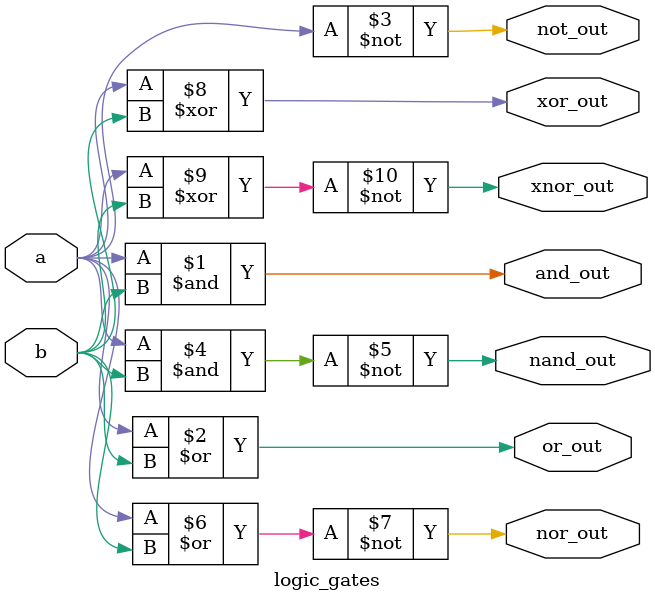
<source format=v>
module logic_gates(
input wire a,
input wire b,
output wire and_out,
output wire or_out,
output wire not_out,
output wire nand_out,
output wire nor_out,
output wire xor_out,
output wire xnor_out
);
assign and_out=a&b;
assign or_out=a|b;
assign not_out=~a;
assign nand_out=~(a&b);
assign nor_out=~(a|b);
assign xor_out=a^b;
assign xnor_out=~(a^b);
endmodule
</source>
